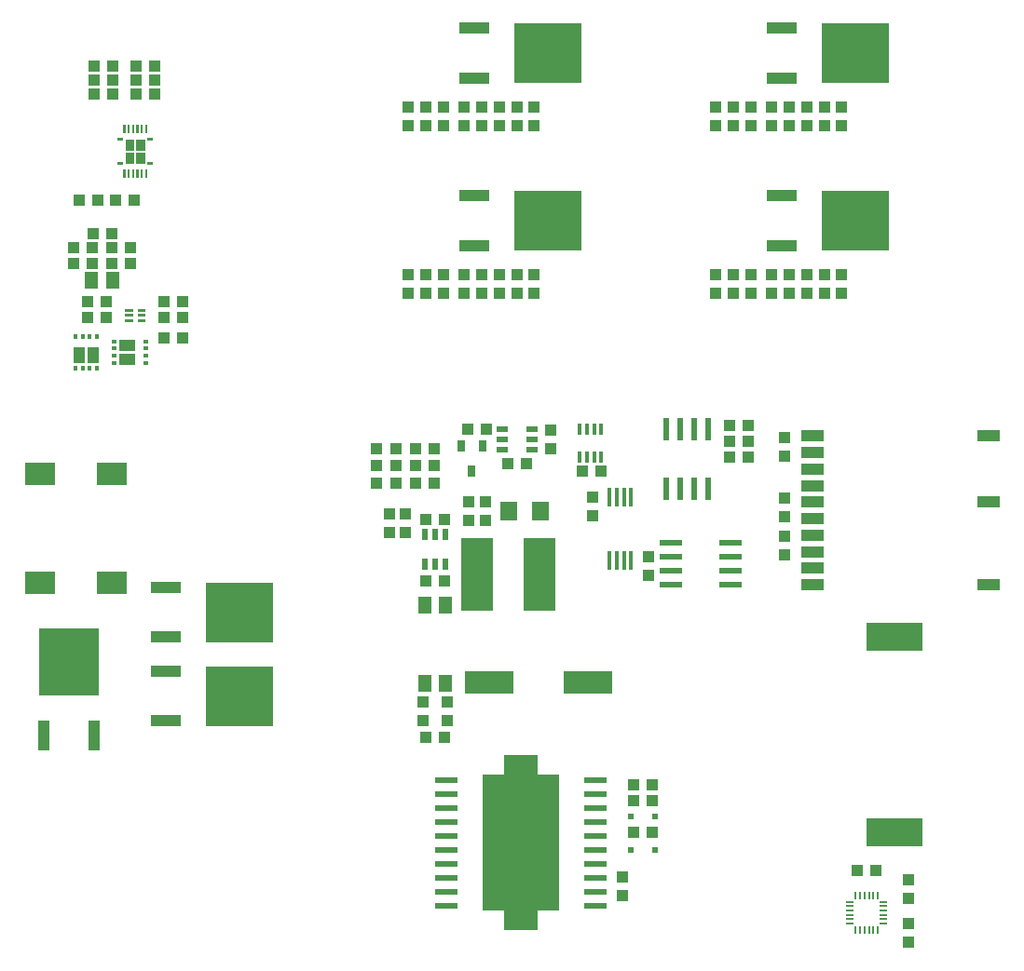
<source format=gtp>
G04 DipTrace 3.0.0.1*
G04 panel1.GTP*
%MOIN*%
G04 #@! TF.FileFunction,Paste,Top*
G04 #@! TF.Part,Single*
%AMOUTLINE8*
4,1,12,
0.058955,0.243994,
0.137695,0.243994,
0.137695,-0.243994,
0.058955,-0.243994,
0.058955,-0.314861,
-0.058955,-0.314861,
-0.058955,-0.243994,
-0.137695,-0.243994,
-0.137695,0.243994,
-0.058955,0.243994,
-0.058955,0.314861,
0.058955,0.314861,
0.058955,0.243994,
0*%
%ADD97R,0.017517X0.03917*%
%ADD99R,0.015548X0.070666*%
%ADD101R,0.07854X0.03917*%
%ADD103O,0.027359X0.007674*%
%ADD105O,0.007674X0.027359*%
%ADD107R,0.023422X0.07854*%
%ADD109R,0.043107X0.023422*%
%ADD111R,0.07854X0.023422*%
%ADD113R,0.023422X0.043107*%
%ADD123R,0.218304X0.241926*%
%ADD125R,0.03917X0.108068*%
%ADD127R,0.025391X0.041139*%
%ADD129R,0.241926X0.218304*%
%ADD131R,0.108068X0.03917*%
%ADD135R,0.112005X0.259643*%
%ADD155R,0.110824X0.07854*%
%ADD157R,0.023422X0.023422*%
%ADD159R,0.062792X0.070666*%
%ADD161R,0.050981X0.058855*%
%ADD163R,0.176965X0.082477*%
%ADD165R,0.03917X0.043107*%
%ADD167R,0.043107X0.03917*%
%ADD169R,0.1998X0.0998*%
%ADD183OUTLINE8*%
%FSLAX26Y26*%
G04*
G70*
G90*
G75*
G01*
G04 TopPaste*
%LPD*%
D169*
X3573544Y848445D3*
Y1548445D3*
D167*
X1963264Y1748441D3*
X1896335D3*
X2190099Y2167189D3*
X2257028D3*
D165*
X2692293Y1835945D3*
Y1769016D3*
X3623544Y610945D3*
Y677874D3*
Y523445D3*
Y456516D3*
D167*
X1963257Y1967141D3*
X1896328D3*
D165*
X3179936Y2260920D3*
Y2193991D3*
D167*
X3507008Y710945D3*
X3440079D3*
X2640079Y960945D3*
X2707008D3*
Y848445D3*
X2640079D3*
Y1017194D3*
X2707008D3*
D163*
X2121378Y1385945D3*
X2475709D3*
D161*
X1967200Y1660840D3*
X1892397D3*
D159*
X2304794Y1998446D3*
X2194558D3*
D165*
X2492294Y2048445D3*
Y1981516D3*
D167*
X1963260Y1188603D3*
X1896331D3*
X2523544Y2142196D3*
X2456614D3*
D165*
X3196956Y2846244D3*
Y2779315D3*
X2096956Y2846244D3*
Y2779315D3*
X3196956Y3446244D3*
Y3379315D3*
X2096956Y3446244D3*
Y3379315D3*
D167*
X860960Y3492775D3*
X927889D3*
X710962Y3592780D3*
X777891D3*
X785961Y3111528D3*
X852890D3*
X721639D3*
X654710D3*
X635961Y2942778D3*
X702890D3*
X840390D3*
X773461D3*
X704709Y2992778D3*
X771638D3*
X960961Y2692777D3*
X1027890D3*
X1721330Y2160946D3*
X1788259D3*
X1721330Y2223446D3*
X1788259D3*
D157*
X2630236Y904696D3*
X2716851D3*
Y785945D3*
X2630236D3*
D165*
X3179936Y1842126D3*
Y1909055D3*
D167*
X1721330Y2098446D3*
X1788259D3*
D165*
X2934456Y2846244D3*
Y2779315D3*
X3384456Y2846244D3*
Y2779315D3*
X1834456Y2846244D3*
Y2779315D3*
X2284456Y2846244D3*
Y2779315D3*
X2934456Y3446244D3*
Y3379315D3*
X3384456Y3446244D3*
Y3379315D3*
X1834456Y3446244D3*
Y3379315D3*
X2284456Y3446244D3*
Y3379315D3*
D155*
X515658Y1741754D3*
X515697Y2132305D3*
X772390D3*
X772440Y1741754D3*
D135*
X2079793Y1773445D3*
X2302234D3*
D131*
X966194Y1426792D3*
Y1247264D3*
D129*
X1229974Y1337028D3*
D127*
X2098458Y2231189D3*
X2023655D3*
X2061057Y2140638D3*
D131*
X966194Y1726790D3*
Y1547263D3*
D129*
X1229974Y1637027D3*
D125*
X529285Y1196672D3*
X708813D3*
D123*
X619049Y1460452D3*
D131*
X3169101Y3127544D3*
Y2948016D3*
D129*
X3432881Y3037780D3*
D131*
X2069101Y3127544D3*
Y2948016D3*
D129*
X2332881Y3037780D3*
D131*
X3169101Y3727544D3*
Y3548016D3*
D129*
X3432881Y3637780D3*
D131*
X2069101Y3727544D3*
Y3548016D3*
D129*
X2332881Y3637780D3*
G36*
X701209Y2502421D2*
X687835D1*
Y2520135D1*
X701209D1*
Y2502421D1*
G37*
G36*
X675627D2*
X662237D1*
Y2520135D1*
X675627D1*
Y2502421D1*
G37*
G36*
X650029D2*
X636654D1*
Y2520135D1*
X650029D1*
Y2502421D1*
G37*
G36*
X726807D2*
X713417D1*
Y2520135D1*
X726807D1*
Y2502421D1*
G37*
G36*
Y2615422D2*
X713417D1*
Y2633137D1*
X726807D1*
Y2615422D1*
G37*
G36*
X701209D2*
X687835D1*
Y2633137D1*
X701209D1*
Y2615422D1*
G37*
G36*
X675627D2*
X662237D1*
Y2633137D1*
X675627D1*
Y2615422D1*
G37*
G36*
X650029D2*
X636654D1*
Y2633137D1*
X650029D1*
Y2615422D1*
G37*
G36*
X687236Y2585892D2*
X727391D1*
Y2529001D1*
X687236D1*
Y2585892D1*
G37*
G36*
X637238D2*
X677392D1*
Y2529001D1*
X637238D1*
Y2585892D1*
G37*
G36*
X772816Y2548492D2*
X790530D1*
Y2561867D1*
X772816D1*
Y2548492D1*
G37*
G36*
Y2574075D2*
X790530D1*
Y2587464D1*
X772816D1*
Y2574075D1*
G37*
G36*
Y2599672D2*
X790530D1*
Y2613047D1*
X772816D1*
Y2599672D1*
G37*
G36*
Y2522894D2*
X790530D1*
Y2536284D1*
X772816D1*
Y2522894D1*
G37*
G36*
X885817D2*
X903532D1*
Y2536284D1*
X885817D1*
Y2522894D1*
G37*
G36*
Y2548492D2*
X903532D1*
Y2561867D1*
X885817D1*
Y2548492D1*
G37*
G36*
Y2574075D2*
X903532D1*
Y2587464D1*
X885817D1*
Y2574075D1*
G37*
G36*
Y2599672D2*
X903532D1*
Y2613047D1*
X885817D1*
Y2599672D1*
G37*
G36*
X856287Y2562465D2*
X799396D1*
Y2522311D1*
X856287D1*
Y2562465D1*
G37*
G36*
Y2612464D2*
X799396D1*
Y2572309D1*
X856287D1*
Y2612464D1*
G37*
D165*
X2048555Y1964929D3*
Y2031859D3*
X2111062D3*
Y1964929D3*
X1767293Y1990374D3*
Y1923445D3*
X1823542D3*
Y1990374D3*
X3179936Y1979641D3*
Y2046570D3*
D167*
X1925759Y2098446D3*
X1858830D3*
D161*
X1967197Y1382352D3*
X1892394D3*
D165*
X2342324Y2221206D3*
Y2288135D3*
D167*
X2113242Y2292146D3*
X2046313D3*
X3050740Y2192200D3*
X2983811D3*
X3050890Y2304670D3*
X2983961D3*
X3050890Y2248414D3*
X2983961D3*
D165*
X1973545Y1248889D3*
Y1315818D3*
X1886045Y1248889D3*
Y1315818D3*
X2598544Y688159D3*
Y621230D3*
D167*
X1925759Y2160946D3*
X1858830D3*
X1925759Y2223446D3*
X1858830D3*
D165*
X3059456Y2846244D3*
Y2779315D3*
X3134456Y2846244D3*
Y2779315D3*
X3259456D3*
Y2846244D3*
X2996956D3*
Y2779315D3*
X3321956D3*
Y2846244D3*
X1959456D3*
Y2779315D3*
X2034456Y2846244D3*
Y2779315D3*
X2159456D3*
Y2846244D3*
X1896956D3*
Y2779315D3*
X2221956D3*
Y2846244D3*
X3059456Y3446244D3*
Y3379315D3*
X3134456Y3446244D3*
Y3379315D3*
X3259456D3*
Y3446244D3*
X2996956D3*
Y3379315D3*
X3321956D3*
Y3446244D3*
X1959456D3*
Y3379315D3*
X2034456Y3446244D3*
Y3379315D3*
X2159456D3*
Y3446244D3*
X1896956D3*
Y3379315D3*
X2221956D3*
Y3446244D3*
D167*
X927889Y3592777D3*
X860960D3*
X777891Y3542778D3*
X710962D3*
Y3492778D3*
X777891D3*
X927889Y3542776D3*
X860960D3*
D161*
X700772Y2824028D3*
X775575D3*
D167*
X702890Y2886527D3*
X635961D3*
X773461D3*
X840390D3*
X685960Y2692777D3*
X752889D3*
X1027890Y2617778D3*
X960961D3*
Y2749028D3*
X1027890D3*
X685960D3*
X752889D3*
D113*
X1892398Y1807792D3*
X1929799D3*
X1967201D3*
Y1914091D3*
X1929799D3*
X1892398D3*
D111*
X2773544Y1885945D3*
Y1835945D3*
Y1785945D3*
Y1735945D3*
X2986142D3*
Y1785945D3*
Y1835945D3*
Y1885945D3*
D109*
X2276725Y2217268D3*
Y2254670D3*
Y2292071D3*
X2170425D3*
Y2254670D3*
Y2217268D3*
D107*
X2904793Y2292244D3*
X2854793D3*
X2804793D3*
X2754793D3*
Y2079646D3*
X2804793D3*
X2854793D3*
X2904793D3*
D105*
X3434173Y499922D3*
X3449922D3*
X3465670D3*
X3481418D3*
X3497166D3*
D103*
X3534567Y521575D3*
Y537323D3*
Y553071D3*
Y568819D3*
Y584567D3*
D105*
X3497166Y621969D3*
X3481418D3*
X3465670D3*
X3449922D3*
X3434173D3*
D103*
X3412520Y584567D3*
Y568819D3*
Y553071D3*
Y537323D3*
Y521575D3*
X3534567Y600315D3*
X3412520D3*
D105*
X3512914Y499922D3*
Y621969D3*
D101*
X3279946Y2267170D3*
Y2208114D3*
Y2149059D3*
Y2090004D3*
Y2030949D3*
Y1971894D3*
Y1912839D3*
Y1853784D3*
Y1794729D3*
Y1735673D3*
X3909868D3*
Y2030949D3*
Y2267170D3*
D111*
X1968370Y1035767D3*
Y985767D3*
Y935767D3*
Y885767D3*
Y835767D3*
Y785767D3*
Y735767D3*
Y685767D3*
Y635767D3*
Y585767D3*
X2503803D3*
Y635767D3*
Y685767D3*
Y735767D3*
Y785767D3*
Y835767D3*
Y885767D3*
Y935767D3*
Y985767D3*
Y1035767D3*
D183*
X2236087Y810767D3*
D99*
X2553907Y1821772D3*
X2579498D3*
X2605088D3*
X2630679D3*
Y2050118D3*
X2605088D3*
X2579498D3*
X2553907D3*
D97*
X2447658Y2191013D3*
X2473248D3*
X2498839D3*
X2524429D3*
Y2293376D3*
X2498839D3*
X2473248D3*
X2447658D3*
G36*
X892354Y3329841D2*
X860861D1*
Y3290459D1*
X892354D1*
Y3329841D1*
G37*
G36*
Y3282597D2*
X860861D1*
Y3243214D1*
X892354D1*
Y3282597D1*
G37*
G36*
X852988D2*
X821495D1*
Y3243214D1*
X852988D1*
Y3282597D1*
G37*
G36*
Y3329841D2*
X821495D1*
Y3290459D1*
X852988D1*
Y3329841D1*
G37*
G36*
X920897Y3334755D2*
X900227D1*
Y3324909D1*
X920897D1*
Y3334755D1*
G37*
G36*
X900227Y3248147D2*
X920897D1*
Y3238301D1*
X900227D1*
Y3248147D1*
G37*
G36*
X813621Y3334755D2*
X792951D1*
Y3324909D1*
X813621D1*
Y3334755D1*
G37*
G36*
X792951Y3248147D2*
X813621D1*
Y3238301D1*
X792951D1*
Y3248147D1*
G37*
G36*
X892354Y3381016D2*
X900227D1*
Y3351498D1*
X892354D1*
Y3381016D1*
G37*
G36*
X876607D2*
X884480D1*
Y3351479D1*
X876607D1*
Y3381016D1*
G37*
G36*
X860861D2*
X868734D1*
Y3351479D1*
X860861D1*
Y3381016D1*
G37*
G36*
X845114D2*
X852988D1*
Y3351479D1*
X845114D1*
Y3381016D1*
G37*
G36*
X829368D2*
X837241D1*
Y3351479D1*
X829368D1*
Y3381016D1*
G37*
G36*
X813621D2*
X821495D1*
Y3351479D1*
X813621D1*
Y3381016D1*
G37*
G36*
X892354Y3221577D2*
X900227D1*
Y3192040D1*
X892354D1*
Y3221577D1*
G37*
G36*
X876607D2*
X884480D1*
Y3192040D1*
X876607D1*
Y3221577D1*
G37*
G36*
X860861D2*
X868734D1*
Y3192040D1*
X860861D1*
Y3221577D1*
G37*
G36*
X845114D2*
X852988D1*
Y3192040D1*
X845114D1*
Y3221577D1*
G37*
G36*
X829368D2*
X837241D1*
Y3192040D1*
X829368D1*
Y3221577D1*
G37*
G36*
X813621D2*
X821495D1*
Y3192040D1*
X813621D1*
Y3221577D1*
G37*
G36*
X865783Y2723632D2*
X893344D1*
Y2713795D1*
X865783D1*
Y2723632D1*
G37*
G36*
Y2703951D2*
X893344D1*
Y2694107D1*
X865783D1*
Y2703951D1*
G37*
G36*
Y2684263D2*
X893344D1*
Y2674419D1*
X865783D1*
Y2684263D1*
G37*
G36*
X820506Y2723632D2*
X848067D1*
Y2713795D1*
X820506D1*
Y2723632D1*
G37*
G36*
Y2703951D2*
X848067D1*
Y2694107D1*
X820506D1*
Y2703951D1*
G37*
G36*
Y2684263D2*
X848067D1*
Y2674419D1*
X820506D1*
Y2684263D1*
G37*
M02*

</source>
